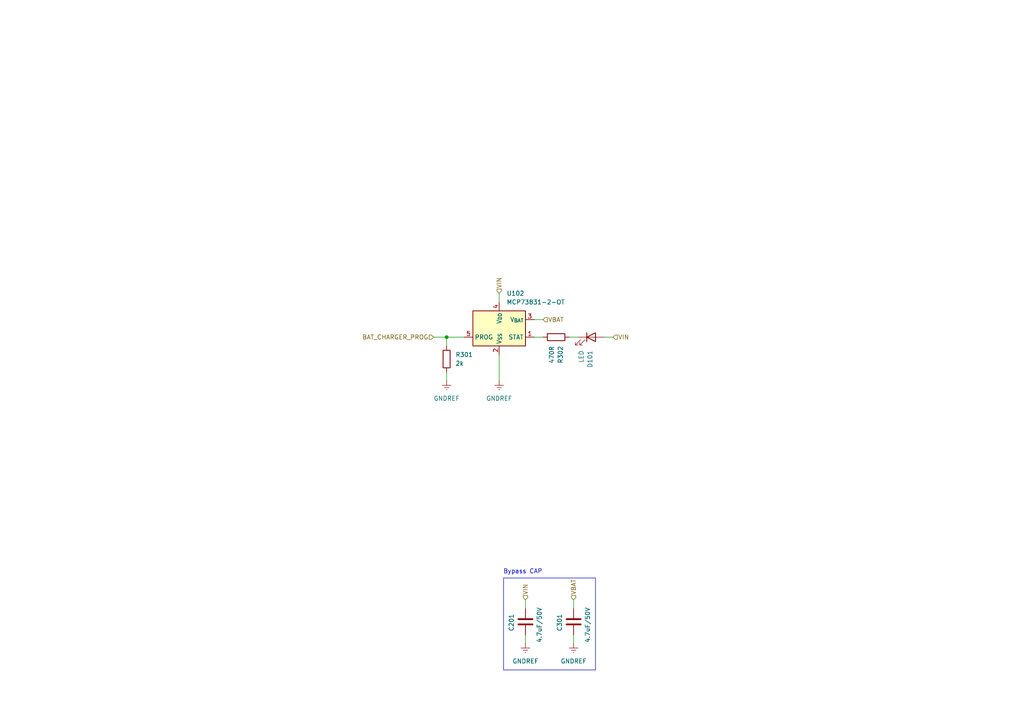
<source format=kicad_sch>
(kicad_sch
	(version 20250114)
	(generator "eeschema")
	(generator_version "9.0")
	(uuid "aa84f118-264c-4120-948a-e88624fd7301")
	(paper "A4")
	(lib_symbols
		(symbol "Battery_Management:MCP73831-2-OT"
			(exclude_from_sim no)
			(in_bom yes)
			(on_board yes)
			(property "Reference" "U"
				(at -7.62 6.35 0)
				(effects
					(font
						(size 1.27 1.27)
					)
					(justify left)
				)
			)
			(property "Value" "MCP73831-2-OT"
				(at 1.27 6.35 0)
				(effects
					(font
						(size 1.27 1.27)
					)
					(justify left)
				)
			)
			(property "Footprint" "Package_TO_SOT_SMD:SOT-23-5"
				(at 1.27 -6.35 0)
				(effects
					(font
						(size 1.27 1.27)
						(italic yes)
					)
					(justify left)
					(hide yes)
				)
			)
			(property "Datasheet" "http://ww1.microchip.com/downloads/en/DeviceDoc/20001984g.pdf"
				(at 0 -18.288 0)
				(effects
					(font
						(size 1.27 1.27)
					)
					(hide yes)
				)
			)
			(property "Description" "Single cell, Li-Ion/Li-Po charge management controller, 4.20V, Tri-State Status Output, in SOT23-5 package"
				(at 0 0 0)
				(effects
					(font
						(size 1.27 1.27)
					)
					(hide yes)
				)
			)
			(property "ki_keywords" "battery charger lithium"
				(at 0 0 0)
				(effects
					(font
						(size 1.27 1.27)
					)
					(hide yes)
				)
			)
			(property "ki_fp_filters" "SOT?23*"
				(at 0 0 0)
				(effects
					(font
						(size 1.27 1.27)
					)
					(hide yes)
				)
			)
			(symbol "MCP73831-2-OT_0_1"
				(rectangle
					(start -7.62 5.08)
					(end 7.62 -5.08)
					(stroke
						(width 0.254)
						(type default)
					)
					(fill
						(type background)
					)
				)
			)
			(symbol "MCP73831-2-OT_1_1"
				(pin input line
					(at -10.16 -2.54 0)
					(length 2.54)
					(name "PROG"
						(effects
							(font
								(size 1.27 1.27)
							)
						)
					)
					(number "5"
						(effects
							(font
								(size 1.27 1.27)
							)
						)
					)
				)
				(pin power_in line
					(at 0 7.62 270)
					(length 2.54)
					(name "V_{DD}"
						(effects
							(font
								(size 1.27 1.27)
							)
						)
					)
					(number "4"
						(effects
							(font
								(size 1.27 1.27)
							)
						)
					)
				)
				(pin power_in line
					(at 0 -7.62 90)
					(length 2.54)
					(name "V_{SS}"
						(effects
							(font
								(size 1.27 1.27)
							)
						)
					)
					(number "2"
						(effects
							(font
								(size 1.27 1.27)
							)
						)
					)
				)
				(pin power_out line
					(at 10.16 2.54 180)
					(length 2.54)
					(name "V_{BAT}"
						(effects
							(font
								(size 1.27 1.27)
							)
						)
					)
					(number "3"
						(effects
							(font
								(size 1.27 1.27)
							)
						)
					)
				)
				(pin tri_state line
					(at 10.16 -2.54 180)
					(length 2.54)
					(name "STAT"
						(effects
							(font
								(size 1.27 1.27)
							)
						)
					)
					(number "1"
						(effects
							(font
								(size 1.27 1.27)
							)
						)
					)
				)
			)
			(embedded_fonts no)
		)
		(symbol "Device:C"
			(pin_numbers
				(hide yes)
			)
			(pin_names
				(offset 0.254)
			)
			(exclude_from_sim no)
			(in_bom yes)
			(on_board yes)
			(property "Reference" "C"
				(at 0.635 2.54 0)
				(effects
					(font
						(size 1.27 1.27)
					)
					(justify left)
				)
			)
			(property "Value" "C"
				(at 0.635 -2.54 0)
				(effects
					(font
						(size 1.27 1.27)
					)
					(justify left)
				)
			)
			(property "Footprint" ""
				(at 0.9652 -3.81 0)
				(effects
					(font
						(size 1.27 1.27)
					)
					(hide yes)
				)
			)
			(property "Datasheet" "~"
				(at 0 0 0)
				(effects
					(font
						(size 1.27 1.27)
					)
					(hide yes)
				)
			)
			(property "Description" "Unpolarized capacitor"
				(at 0 0 0)
				(effects
					(font
						(size 1.27 1.27)
					)
					(hide yes)
				)
			)
			(property "ki_keywords" "cap capacitor"
				(at 0 0 0)
				(effects
					(font
						(size 1.27 1.27)
					)
					(hide yes)
				)
			)
			(property "ki_fp_filters" "C_*"
				(at 0 0 0)
				(effects
					(font
						(size 1.27 1.27)
					)
					(hide yes)
				)
			)
			(symbol "C_0_1"
				(polyline
					(pts
						(xy -2.032 0.762) (xy 2.032 0.762)
					)
					(stroke
						(width 0.508)
						(type default)
					)
					(fill
						(type none)
					)
				)
				(polyline
					(pts
						(xy -2.032 -0.762) (xy 2.032 -0.762)
					)
					(stroke
						(width 0.508)
						(type default)
					)
					(fill
						(type none)
					)
				)
			)
			(symbol "C_1_1"
				(pin passive line
					(at 0 3.81 270)
					(length 2.794)
					(name "~"
						(effects
							(font
								(size 1.27 1.27)
							)
						)
					)
					(number "1"
						(effects
							(font
								(size 1.27 1.27)
							)
						)
					)
				)
				(pin passive line
					(at 0 -3.81 90)
					(length 2.794)
					(name "~"
						(effects
							(font
								(size 1.27 1.27)
							)
						)
					)
					(number "2"
						(effects
							(font
								(size 1.27 1.27)
							)
						)
					)
				)
			)
			(embedded_fonts no)
		)
		(symbol "Device:LED"
			(pin_numbers
				(hide yes)
			)
			(pin_names
				(offset 1.016)
				(hide yes)
			)
			(exclude_from_sim no)
			(in_bom yes)
			(on_board yes)
			(property "Reference" "D"
				(at 0 2.54 0)
				(effects
					(font
						(size 1.27 1.27)
					)
				)
			)
			(property "Value" "LED"
				(at 0 -2.54 0)
				(effects
					(font
						(size 1.27 1.27)
					)
				)
			)
			(property "Footprint" ""
				(at 0 0 0)
				(effects
					(font
						(size 1.27 1.27)
					)
					(hide yes)
				)
			)
			(property "Datasheet" "~"
				(at 0 0 0)
				(effects
					(font
						(size 1.27 1.27)
					)
					(hide yes)
				)
			)
			(property "Description" "Light emitting diode"
				(at 0 0 0)
				(effects
					(font
						(size 1.27 1.27)
					)
					(hide yes)
				)
			)
			(property "Sim.Pins" "1=K 2=A"
				(at 0 0 0)
				(effects
					(font
						(size 1.27 1.27)
					)
					(hide yes)
				)
			)
			(property "ki_keywords" "LED diode"
				(at 0 0 0)
				(effects
					(font
						(size 1.27 1.27)
					)
					(hide yes)
				)
			)
			(property "ki_fp_filters" "LED* LED_SMD:* LED_THT:*"
				(at 0 0 0)
				(effects
					(font
						(size 1.27 1.27)
					)
					(hide yes)
				)
			)
			(symbol "LED_0_1"
				(polyline
					(pts
						(xy -3.048 -0.762) (xy -4.572 -2.286) (xy -3.81 -2.286) (xy -4.572 -2.286) (xy -4.572 -1.524)
					)
					(stroke
						(width 0)
						(type default)
					)
					(fill
						(type none)
					)
				)
				(polyline
					(pts
						(xy -1.778 -0.762) (xy -3.302 -2.286) (xy -2.54 -2.286) (xy -3.302 -2.286) (xy -3.302 -1.524)
					)
					(stroke
						(width 0)
						(type default)
					)
					(fill
						(type none)
					)
				)
				(polyline
					(pts
						(xy -1.27 0) (xy 1.27 0)
					)
					(stroke
						(width 0)
						(type default)
					)
					(fill
						(type none)
					)
				)
				(polyline
					(pts
						(xy -1.27 -1.27) (xy -1.27 1.27)
					)
					(stroke
						(width 0.254)
						(type default)
					)
					(fill
						(type none)
					)
				)
				(polyline
					(pts
						(xy 1.27 -1.27) (xy 1.27 1.27) (xy -1.27 0) (xy 1.27 -1.27)
					)
					(stroke
						(width 0.254)
						(type default)
					)
					(fill
						(type none)
					)
				)
			)
			(symbol "LED_1_1"
				(pin passive line
					(at -3.81 0 0)
					(length 2.54)
					(name "K"
						(effects
							(font
								(size 1.27 1.27)
							)
						)
					)
					(number "1"
						(effects
							(font
								(size 1.27 1.27)
							)
						)
					)
				)
				(pin passive line
					(at 3.81 0 180)
					(length 2.54)
					(name "A"
						(effects
							(font
								(size 1.27 1.27)
							)
						)
					)
					(number "2"
						(effects
							(font
								(size 1.27 1.27)
							)
						)
					)
				)
			)
			(embedded_fonts no)
		)
		(symbol "Device:R"
			(pin_numbers
				(hide yes)
			)
			(pin_names
				(offset 0)
			)
			(exclude_from_sim no)
			(in_bom yes)
			(on_board yes)
			(property "Reference" "R"
				(at 2.032 0 90)
				(effects
					(font
						(size 1.27 1.27)
					)
				)
			)
			(property "Value" "R"
				(at 0 0 90)
				(effects
					(font
						(size 1.27 1.27)
					)
				)
			)
			(property "Footprint" ""
				(at -1.778 0 90)
				(effects
					(font
						(size 1.27 1.27)
					)
					(hide yes)
				)
			)
			(property "Datasheet" "~"
				(at 0 0 0)
				(effects
					(font
						(size 1.27 1.27)
					)
					(hide yes)
				)
			)
			(property "Description" "Resistor"
				(at 0 0 0)
				(effects
					(font
						(size 1.27 1.27)
					)
					(hide yes)
				)
			)
			(property "ki_keywords" "R res resistor"
				(at 0 0 0)
				(effects
					(font
						(size 1.27 1.27)
					)
					(hide yes)
				)
			)
			(property "ki_fp_filters" "R_*"
				(at 0 0 0)
				(effects
					(font
						(size 1.27 1.27)
					)
					(hide yes)
				)
			)
			(symbol "R_0_1"
				(rectangle
					(start -1.016 -2.54)
					(end 1.016 2.54)
					(stroke
						(width 0.254)
						(type default)
					)
					(fill
						(type none)
					)
				)
			)
			(symbol "R_1_1"
				(pin passive line
					(at 0 3.81 270)
					(length 1.27)
					(name "~"
						(effects
							(font
								(size 1.27 1.27)
							)
						)
					)
					(number "1"
						(effects
							(font
								(size 1.27 1.27)
							)
						)
					)
				)
				(pin passive line
					(at 0 -3.81 90)
					(length 1.27)
					(name "~"
						(effects
							(font
								(size 1.27 1.27)
							)
						)
					)
					(number "2"
						(effects
							(font
								(size 1.27 1.27)
							)
						)
					)
				)
			)
			(embedded_fonts no)
		)
		(symbol "power:GNDREF"
			(power)
			(pin_numbers
				(hide yes)
			)
			(pin_names
				(offset 0)
				(hide yes)
			)
			(exclude_from_sim no)
			(in_bom yes)
			(on_board yes)
			(property "Reference" "#PWR"
				(at 0 -6.35 0)
				(effects
					(font
						(size 1.27 1.27)
					)
					(hide yes)
				)
			)
			(property "Value" "GNDREF"
				(at 0 -3.81 0)
				(effects
					(font
						(size 1.27 1.27)
					)
				)
			)
			(property "Footprint" ""
				(at 0 0 0)
				(effects
					(font
						(size 1.27 1.27)
					)
					(hide yes)
				)
			)
			(property "Datasheet" ""
				(at 0 0 0)
				(effects
					(font
						(size 1.27 1.27)
					)
					(hide yes)
				)
			)
			(property "Description" "Power symbol creates a global label with name \"GNDREF\" , reference supply ground"
				(at 0 0 0)
				(effects
					(font
						(size 1.27 1.27)
					)
					(hide yes)
				)
			)
			(property "ki_keywords" "global power"
				(at 0 0 0)
				(effects
					(font
						(size 1.27 1.27)
					)
					(hide yes)
				)
			)
			(symbol "GNDREF_0_1"
				(polyline
					(pts
						(xy -0.635 -1.905) (xy 0.635 -1.905)
					)
					(stroke
						(width 0)
						(type default)
					)
					(fill
						(type none)
					)
				)
				(polyline
					(pts
						(xy -0.127 -2.54) (xy 0.127 -2.54)
					)
					(stroke
						(width 0)
						(type default)
					)
					(fill
						(type none)
					)
				)
				(polyline
					(pts
						(xy 0 -1.27) (xy 0 0)
					)
					(stroke
						(width 0)
						(type default)
					)
					(fill
						(type none)
					)
				)
				(polyline
					(pts
						(xy 1.27 -1.27) (xy -1.27 -1.27)
					)
					(stroke
						(width 0)
						(type default)
					)
					(fill
						(type none)
					)
				)
			)
			(symbol "GNDREF_1_1"
				(pin power_in line
					(at 0 0 270)
					(length 0)
					(name "~"
						(effects
							(font
								(size 1.27 1.27)
							)
						)
					)
					(number "1"
						(effects
							(font
								(size 1.27 1.27)
							)
						)
					)
				)
			)
			(embedded_fonts no)
		)
	)
	(rectangle
		(start 146.05 167.64)
		(end 172.72 194.31)
		(stroke
			(width 0)
			(type default)
		)
		(fill
			(type none)
		)
		(uuid b26b24ba-2e6f-43dd-93cb-4f6e7f697a54)
	)
	(text "Bypass CAP"
		(exclude_from_sim no)
		(at 151.638 165.862 0)
		(effects
			(font
				(size 1.27 1.27)
			)
		)
		(uuid "09033a76-947e-4083-b651-1cc9f936ab81")
	)
	(junction
		(at 129.54 97.79)
		(diameter 0)
		(color 0 0 0 0)
		(uuid "ebb96ca8-e245-4ac7-867f-627c1f94cb05")
	)
	(wire
		(pts
			(xy 154.94 92.71) (xy 157.48 92.71)
		)
		(stroke
			(width 0)
			(type default)
		)
		(uuid "012797e3-043e-4340-9206-f846688aefc4")
	)
	(wire
		(pts
			(xy 129.54 97.79) (xy 129.54 100.33)
		)
		(stroke
			(width 0)
			(type default)
		)
		(uuid "14ff47ca-f292-4c6e-ba5f-20ef28e31e0c")
	)
	(wire
		(pts
			(xy 125.73 97.79) (xy 129.54 97.79)
		)
		(stroke
			(width 0)
			(type default)
		)
		(uuid "1b932767-db9e-488e-b788-85c14884897e")
	)
	(wire
		(pts
			(xy 129.54 110.49) (xy 129.54 107.95)
		)
		(stroke
			(width 0)
			(type default)
		)
		(uuid "2fd5b5ae-1320-4633-ad8e-05537b3366b4")
	)
	(wire
		(pts
			(xy 175.26 97.79) (xy 177.8 97.79)
		)
		(stroke
			(width 0)
			(type default)
		)
		(uuid "3ca87a12-6cd4-414b-bb02-0ad2d03bd9c3")
	)
	(wire
		(pts
			(xy 144.78 102.87) (xy 144.78 110.49)
		)
		(stroke
			(width 0)
			(type default)
		)
		(uuid "3f762c23-dabf-4388-a5c8-0bd4b9d688ff")
	)
	(wire
		(pts
			(xy 152.4 184.15) (xy 152.4 186.69)
		)
		(stroke
			(width 0)
			(type default)
		)
		(uuid "47e881fa-5078-406f-9a63-ff7fd299d155")
	)
	(wire
		(pts
			(xy 154.94 97.79) (xy 157.48 97.79)
		)
		(stroke
			(width 0)
			(type default)
		)
		(uuid "55cbddac-633b-43ca-acca-9880d244d078")
	)
	(wire
		(pts
			(xy 166.37 173.99) (xy 166.37 176.53)
		)
		(stroke
			(width 0)
			(type default)
		)
		(uuid "6344f73b-9ddf-4417-8806-c0cce428ba22")
	)
	(wire
		(pts
			(xy 152.4 173.99) (xy 152.4 176.53)
		)
		(stroke
			(width 0)
			(type default)
		)
		(uuid "8d308a3e-37a4-4752-8533-d6c9310c187b")
	)
	(wire
		(pts
			(xy 166.37 184.15) (xy 166.37 186.69)
		)
		(stroke
			(width 0)
			(type default)
		)
		(uuid "ca597e66-f524-419d-92de-d841c222efff")
	)
	(wire
		(pts
			(xy 167.64 97.79) (xy 165.1 97.79)
		)
		(stroke
			(width 0)
			(type default)
		)
		(uuid "dadcc836-483d-4aaf-84f9-ac00a799ab64")
	)
	(wire
		(pts
			(xy 144.78 85.09) (xy 144.78 87.63)
		)
		(stroke
			(width 0)
			(type default)
		)
		(uuid "eb0fb84c-00ca-4510-ad5b-8402f9dc513c")
	)
	(wire
		(pts
			(xy 129.54 97.79) (xy 134.62 97.79)
		)
		(stroke
			(width 0)
			(type default)
		)
		(uuid "f75724ca-7e9b-4107-a597-7a8e6bc70175")
	)
	(hierarchical_label "VBAT"
		(shape input)
		(at 157.48 92.71 0)
		(effects
			(font
				(size 1.27 1.27)
			)
			(justify left)
		)
		(uuid "090635ee-e7a4-4bdc-9674-193eaf3d0135")
	)
	(hierarchical_label "VIN"
		(shape input)
		(at 144.78 85.09 90)
		(effects
			(font
				(size 1.27 1.27)
			)
			(justify left)
		)
		(uuid "4aea46f1-2d1b-4846-abb3-8f3e8d001bb0")
	)
	(hierarchical_label "VIN"
		(shape input)
		(at 177.8 97.79 0)
		(effects
			(font
				(size 1.27 1.27)
			)
			(justify left)
		)
		(uuid "4f8de5ef-a598-428e-9c43-58841829820d")
	)
	(hierarchical_label "VBAT"
		(shape input)
		(at 166.37 173.99 90)
		(effects
			(font
				(size 1.27 1.27)
			)
			(justify left)
		)
		(uuid "66d6f9cb-3cef-4da2-9b40-4f6d2b917bce")
	)
	(hierarchical_label "VIN"
		(shape input)
		(at 152.4 173.99 90)
		(effects
			(font
				(size 1.27 1.27)
			)
			(justify left)
		)
		(uuid "931a834a-40cc-48d5-b779-0168976d6999")
	)
	(hierarchical_label "BAT_CHARGER_PROG"
		(shape input)
		(at 125.73 97.79 180)
		(effects
			(font
				(size 1.27 1.27)
			)
			(justify right)
		)
		(uuid "cb72eeed-42ff-47d2-ab01-2f4d4164e2c1")
	)
	(symbol
		(lib_id "Device:C")
		(at 166.37 180.34 0)
		(unit 1)
		(exclude_from_sim no)
		(in_bom yes)
		(on_board yes)
		(dnp no)
		(uuid "11a1b2ec-ffab-4c5b-be80-3fecd8cbedaf")
		(property "Reference" "C301"
			(at 162.306 183.134 90)
			(effects
				(font
					(size 1.27 1.27)
				)
				(justify left)
			)
		)
		(property "Value" "4.7uF/50V"
			(at 170.434 186.436 90)
			(effects
				(font
					(size 1.27 1.27)
				)
				(justify left)
			)
		)
		(property "Footprint" "Capacitor_SMD:C_0603_1608Metric_Pad1.08x0.95mm_HandSolder"
			(at 167.3352 184.15 0)
			(effects
				(font
					(size 1.27 1.27)
				)
				(hide yes)
			)
		)
		(property "Datasheet" "~"
			(at 166.37 180.34 0)
			(effects
				(font
					(size 1.27 1.27)
				)
				(hide yes)
			)
		)
		(property "Description" "Unpolarized capacitor"
			(at 166.37 180.34 0)
			(effects
				(font
					(size 1.27 1.27)
				)
				(hide yes)
			)
		)
		(pin "1"
			(uuid "78080270-c5ab-49b1-9aff-7e33ba1e5d4f")
		)
		(pin "2"
			(uuid "dad4f62f-04ec-4132-b436-8d7e6a6d677c")
		)
		(instances
			(project "PCB_BLE_Speaker"
				(path "/ee5079a3-7a94-4c31-a728-9ec7d03fd2da/a7ba7f59-0372-4804-a889-6ab57af4d630"
					(reference "C301")
					(unit 1)
				)
			)
		)
	)
	(symbol
		(lib_id "Device:R")
		(at 161.29 97.79 270)
		(unit 1)
		(exclude_from_sim no)
		(in_bom yes)
		(on_board yes)
		(dnp no)
		(fields_autoplaced yes)
		(uuid "523f0875-0372-4d18-a1f1-f23c0cc31d35")
		(property "Reference" "R302"
			(at 162.5601 100.33 0)
			(effects
				(font
					(size 1.27 1.27)
				)
				(justify left)
			)
		)
		(property "Value" "470R"
			(at 160.0201 100.33 0)
			(effects
				(font
					(size 1.27 1.27)
				)
				(justify left)
			)
		)
		(property "Footprint" "Resistor_SMD:R_0603_1608Metric_Pad0.98x0.95mm_HandSolder"
			(at 161.29 96.012 90)
			(effects
				(font
					(size 1.27 1.27)
				)
				(hide yes)
			)
		)
		(property "Datasheet" "~"
			(at 161.29 97.79 0)
			(effects
				(font
					(size 1.27 1.27)
				)
				(hide yes)
			)
		)
		(property "Description" "Resistor"
			(at 161.29 97.79 0)
			(effects
				(font
					(size 1.27 1.27)
				)
				(hide yes)
			)
		)
		(pin "1"
			(uuid "b57dc073-b29c-430b-940a-7500129da629")
		)
		(pin "2"
			(uuid "bdbf89fb-07b4-40f9-9d46-9aa5737bf108")
		)
		(instances
			(project "PCB_BLE_Speaker"
				(path "/ee5079a3-7a94-4c31-a728-9ec7d03fd2da/a7ba7f59-0372-4804-a889-6ab57af4d630"
					(reference "R302")
					(unit 1)
				)
			)
		)
	)
	(symbol
		(lib_id "Device:LED")
		(at 171.45 97.79 0)
		(unit 1)
		(exclude_from_sim no)
		(in_bom yes)
		(on_board yes)
		(dnp no)
		(fields_autoplaced yes)
		(uuid "7909f720-929e-4963-8c97-dc10201cda5f")
		(property "Reference" "D101"
			(at 171.1326 101.6 90)
			(effects
				(font
					(size 1.27 1.27)
				)
				(justify right)
			)
		)
		(property "Value" "LED"
			(at 168.5926 101.6 90)
			(effects
				(font
					(size 1.27 1.27)
				)
				(justify right)
			)
		)
		(property "Footprint" "LED_SMD:LED_0201_0603Metric_Pad0.64x0.40mm_HandSolder"
			(at 171.45 97.79 0)
			(effects
				(font
					(size 1.27 1.27)
				)
				(hide yes)
			)
		)
		(property "Datasheet" "~"
			(at 171.45 97.79 0)
			(effects
				(font
					(size 1.27 1.27)
				)
				(hide yes)
			)
		)
		(property "Description" "Light emitting diode"
			(at 171.45 97.79 0)
			(effects
				(font
					(size 1.27 1.27)
				)
				(hide yes)
			)
		)
		(property "Sim.Pins" "1=K 2=A"
			(at 171.45 97.79 0)
			(effects
				(font
					(size 1.27 1.27)
				)
				(hide yes)
			)
		)
		(pin "1"
			(uuid "07bb42ff-885f-474b-af5d-f88daf497244")
		)
		(pin "2"
			(uuid "3524b34a-cd84-4193-92e3-a7549bf7d030")
		)
		(instances
			(project "PCB_BLE_Speaker"
				(path "/ee5079a3-7a94-4c31-a728-9ec7d03fd2da/a7ba7f59-0372-4804-a889-6ab57af4d630"
					(reference "D101")
					(unit 1)
				)
			)
		)
	)
	(symbol
		(lib_id "power:GNDREF")
		(at 144.78 110.49 0)
		(unit 1)
		(exclude_from_sim no)
		(in_bom yes)
		(on_board yes)
		(dnp no)
		(fields_autoplaced yes)
		(uuid "a96556df-8167-4f31-8fb2-1f47f20b1f91")
		(property "Reference" "#PWR0301"
			(at 144.78 116.84 0)
			(effects
				(font
					(size 1.27 1.27)
				)
				(hide yes)
			)
		)
		(property "Value" "GNDREF"
			(at 144.78 115.57 0)
			(effects
				(font
					(size 1.27 1.27)
				)
			)
		)
		(property "Footprint" ""
			(at 144.78 110.49 0)
			(effects
				(font
					(size 1.27 1.27)
				)
				(hide yes)
			)
		)
		(property "Datasheet" ""
			(at 144.78 110.49 0)
			(effects
				(font
					(size 1.27 1.27)
				)
				(hide yes)
			)
		)
		(property "Description" "Power symbol creates a global label with name \"GNDREF\" , reference supply ground"
			(at 144.78 110.49 0)
			(effects
				(font
					(size 1.27 1.27)
				)
				(hide yes)
			)
		)
		(pin "1"
			(uuid "9d026651-5ba6-46b2-bf2e-d0cc980dc4fd")
		)
		(instances
			(project ""
				(path "/ee5079a3-7a94-4c31-a728-9ec7d03fd2da/a7ba7f59-0372-4804-a889-6ab57af4d630"
					(reference "#PWR0301")
					(unit 1)
				)
			)
		)
	)
	(symbol
		(lib_id "power:GNDREF")
		(at 152.4 186.69 0)
		(unit 1)
		(exclude_from_sim no)
		(in_bom yes)
		(on_board yes)
		(dnp no)
		(fields_autoplaced yes)
		(uuid "bdf885ea-3d3e-46f4-a034-e103d7d66dbf")
		(property "Reference" "#PWR0302"
			(at 152.4 193.04 0)
			(effects
				(font
					(size 1.27 1.27)
				)
				(hide yes)
			)
		)
		(property "Value" "GNDREF"
			(at 152.4 191.77 0)
			(effects
				(font
					(size 1.27 1.27)
				)
			)
		)
		(property "Footprint" ""
			(at 152.4 186.69 0)
			(effects
				(font
					(size 1.27 1.27)
				)
				(hide yes)
			)
		)
		(property "Datasheet" ""
			(at 152.4 186.69 0)
			(effects
				(font
					(size 1.27 1.27)
				)
				(hide yes)
			)
		)
		(property "Description" "Power symbol creates a global label with name \"GNDREF\" , reference supply ground"
			(at 152.4 186.69 0)
			(effects
				(font
					(size 1.27 1.27)
				)
				(hide yes)
			)
		)
		(pin "1"
			(uuid "ff8df18e-c45f-4ef8-8cc5-74230ea964bf")
		)
		(instances
			(project "PCB_BLE_Speaker"
				(path "/ee5079a3-7a94-4c31-a728-9ec7d03fd2da/a7ba7f59-0372-4804-a889-6ab57af4d630"
					(reference "#PWR0302")
					(unit 1)
				)
			)
		)
	)
	(symbol
		(lib_id "Battery_Management:MCP73831-2-OT")
		(at 144.78 95.25 0)
		(unit 1)
		(exclude_from_sim no)
		(in_bom yes)
		(on_board yes)
		(dnp no)
		(fields_autoplaced yes)
		(uuid "bfb9db05-e480-4a0d-b049-6f2cc6334f8e")
		(property "Reference" "U102"
			(at 146.9233 85.09 0)
			(effects
				(font
					(size 1.27 1.27)
				)
				(justify left)
			)
		)
		(property "Value" "MCP73831-2-OT"
			(at 146.9233 87.63 0)
			(effects
				(font
					(size 1.27 1.27)
				)
				(justify left)
			)
		)
		(property "Footprint" "Package_TO_SOT_SMD:SOT-23-5_HandSoldering"
			(at 146.05 101.6 0)
			(effects
				(font
					(size 1.27 1.27)
					(italic yes)
				)
				(justify left)
				(hide yes)
			)
		)
		(property "Datasheet" "http://ww1.microchip.com/downloads/en/DeviceDoc/20001984g.pdf"
			(at 144.78 113.538 0)
			(effects
				(font
					(size 1.27 1.27)
				)
				(hide yes)
			)
		)
		(property "Description" "Single cell, Li-Ion/Li-Po charge management controller, 4.20V, Tri-State Status Output, in SOT23-5 package"
			(at 144.78 95.25 0)
			(effects
				(font
					(size 1.27 1.27)
				)
				(hide yes)
			)
		)
		(pin "1"
			(uuid "c7361aec-f753-498a-863e-e6a299093fdc")
		)
		(pin "5"
			(uuid "1d42bdbe-2d2c-4da1-b006-46d553edd501")
		)
		(pin "2"
			(uuid "8815f83d-cc5e-4aff-8ef6-8534c836584b")
		)
		(pin "4"
			(uuid "86afb4ea-927b-4985-a829-6b89c49d89a8")
		)
		(pin "3"
			(uuid "6ad211a6-c425-4769-8459-95acfbbc69af")
		)
		(instances
			(project "PCB_BLE_Speaker"
				(path "/ee5079a3-7a94-4c31-a728-9ec7d03fd2da/a7ba7f59-0372-4804-a889-6ab57af4d630"
					(reference "U102")
					(unit 1)
				)
			)
		)
	)
	(symbol
		(lib_id "power:GNDREF")
		(at 129.54 110.49 0)
		(unit 1)
		(exclude_from_sim no)
		(in_bom yes)
		(on_board yes)
		(dnp no)
		(fields_autoplaced yes)
		(uuid "cef185d0-cffd-4b51-9715-e52adb3aebfb")
		(property "Reference" "#PWR0303"
			(at 129.54 116.84 0)
			(effects
				(font
					(size 1.27 1.27)
				)
				(hide yes)
			)
		)
		(property "Value" "GNDREF"
			(at 129.54 115.57 0)
			(effects
				(font
					(size 1.27 1.27)
				)
			)
		)
		(property "Footprint" ""
			(at 129.54 110.49 0)
			(effects
				(font
					(size 1.27 1.27)
				)
				(hide yes)
			)
		)
		(property "Datasheet" ""
			(at 129.54 110.49 0)
			(effects
				(font
					(size 1.27 1.27)
				)
				(hide yes)
			)
		)
		(property "Description" "Power symbol creates a global label with name \"GNDREF\" , reference supply ground"
			(at 129.54 110.49 0)
			(effects
				(font
					(size 1.27 1.27)
				)
				(hide yes)
			)
		)
		(pin "1"
			(uuid "fc59c229-e3cf-4bd5-9ab1-026ce129ff4a")
		)
		(instances
			(project "PCB_BLE_Speaker"
				(path "/ee5079a3-7a94-4c31-a728-9ec7d03fd2da/a7ba7f59-0372-4804-a889-6ab57af4d630"
					(reference "#PWR0303")
					(unit 1)
				)
			)
		)
	)
	(symbol
		(lib_id "power:GNDREF")
		(at 166.37 186.69 0)
		(unit 1)
		(exclude_from_sim no)
		(in_bom yes)
		(on_board yes)
		(dnp no)
		(fields_autoplaced yes)
		(uuid "e17fd88b-3df8-476b-8b0b-803d251f2c03")
		(property "Reference" "#PWR0304"
			(at 166.37 193.04 0)
			(effects
				(font
					(size 1.27 1.27)
				)
				(hide yes)
			)
		)
		(property "Value" "GNDREF"
			(at 166.37 191.77 0)
			(effects
				(font
					(size 1.27 1.27)
				)
			)
		)
		(property "Footprint" ""
			(at 166.37 186.69 0)
			(effects
				(font
					(size 1.27 1.27)
				)
				(hide yes)
			)
		)
		(property "Datasheet" ""
			(at 166.37 186.69 0)
			(effects
				(font
					(size 1.27 1.27)
				)
				(hide yes)
			)
		)
		(property "Description" "Power symbol creates a global label with name \"GNDREF\" , reference supply ground"
			(at 166.37 186.69 0)
			(effects
				(font
					(size 1.27 1.27)
				)
				(hide yes)
			)
		)
		(pin "1"
			(uuid "bab33e7a-c477-4142-8efb-65e81561a548")
		)
		(instances
			(project "PCB_BLE_Speaker"
				(path "/ee5079a3-7a94-4c31-a728-9ec7d03fd2da/a7ba7f59-0372-4804-a889-6ab57af4d630"
					(reference "#PWR0304")
					(unit 1)
				)
			)
		)
	)
	(symbol
		(lib_id "Device:R")
		(at 129.54 104.14 0)
		(unit 1)
		(exclude_from_sim no)
		(in_bom yes)
		(on_board yes)
		(dnp no)
		(fields_autoplaced yes)
		(uuid "e3757174-f478-4d33-b6ff-ad9e6cee47cc")
		(property "Reference" "R301"
			(at 132.08 102.8699 0)
			(effects
				(font
					(size 1.27 1.27)
				)
				(justify left)
			)
		)
		(property "Value" "2k"
			(at 132.08 105.4099 0)
			(effects
				(font
					(size 1.27 1.27)
				)
				(justify left)
			)
		)
		(property "Footprint" "Resistor_SMD:R_0603_1608Metric_Pad0.98x0.95mm_HandSolder"
			(at 127.762 104.14 90)
			(effects
				(font
					(size 1.27 1.27)
				)
				(hide yes)
			)
		)
		(property "Datasheet" "~"
			(at 129.54 104.14 0)
			(effects
				(font
					(size 1.27 1.27)
				)
				(hide yes)
			)
		)
		(property "Description" "Resistor"
			(at 129.54 104.14 0)
			(effects
				(font
					(size 1.27 1.27)
				)
				(hide yes)
			)
		)
		(pin "1"
			(uuid "26b2e354-79ee-4b36-a603-3ae0ae1bcfa4")
		)
		(pin "2"
			(uuid "509802c6-10f9-4543-af3d-5b6b05fceb69")
		)
		(instances
			(project ""
				(path "/ee5079a3-7a94-4c31-a728-9ec7d03fd2da/a7ba7f59-0372-4804-a889-6ab57af4d630"
					(reference "R301")
					(unit 1)
				)
			)
		)
	)
	(symbol
		(lib_id "Device:C")
		(at 152.4 180.34 0)
		(unit 1)
		(exclude_from_sim no)
		(in_bom yes)
		(on_board yes)
		(dnp no)
		(uuid "e7505c00-82e4-414b-96fa-1ffa47f5b61d")
		(property "Reference" "C201"
			(at 148.336 183.134 90)
			(effects
				(font
					(size 1.27 1.27)
				)
				(justify left)
			)
		)
		(property "Value" "4.7uF/50V"
			(at 156.464 186.436 90)
			(effects
				(font
					(size 1.27 1.27)
				)
				(justify left)
			)
		)
		(property "Footprint" "Capacitor_SMD:C_0603_1608Metric_Pad1.08x0.95mm_HandSolder"
			(at 153.3652 184.15 0)
			(effects
				(font
					(size 1.27 1.27)
				)
				(hide yes)
			)
		)
		(property "Datasheet" "~"
			(at 152.4 180.34 0)
			(effects
				(font
					(size 1.27 1.27)
				)
				(hide yes)
			)
		)
		(property "Description" "Unpolarized capacitor"
			(at 152.4 180.34 0)
			(effects
				(font
					(size 1.27 1.27)
				)
				(hide yes)
			)
		)
		(pin "1"
			(uuid "d2536f8d-fd32-4756-9533-6c01c36c8894")
		)
		(pin "2"
			(uuid "65895438-deb5-466c-b91c-046e70852f82")
		)
		(instances
			(project "PCB_BLE_Speaker"
				(path "/ee5079a3-7a94-4c31-a728-9ec7d03fd2da/a7ba7f59-0372-4804-a889-6ab57af4d630"
					(reference "C201")
					(unit 1)
				)
			)
		)
	)
)

</source>
